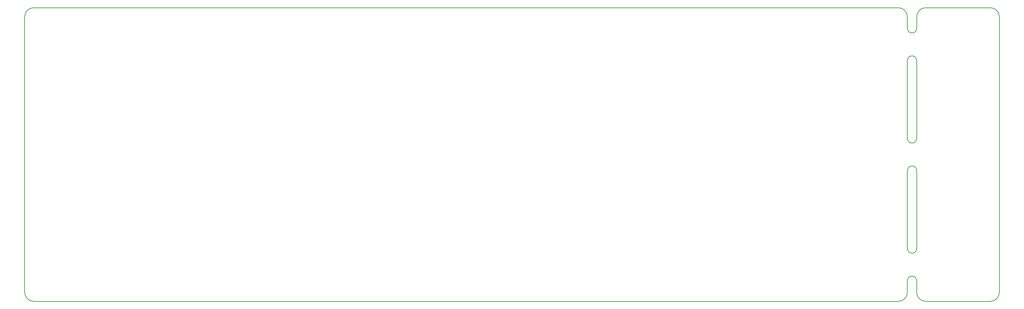
<source format=gbr>
G04 #@! TF.GenerationSoftware,KiCad,Pcbnew,(5.1.10-1-10_14)*
G04 #@! TF.CreationDate,2021-08-14T15:39:06-05:00*
G04 #@! TF.ProjectId,ori_bottom_plate,6f72695f-626f-4747-946f-6d5f706c6174,rev?*
G04 #@! TF.SameCoordinates,Original*
G04 #@! TF.FileFunction,Profile,NP*
%FSLAX46Y46*%
G04 Gerber Fmt 4.6, Leading zero omitted, Abs format (unit mm)*
G04 Created by KiCad (PCBNEW (5.1.10-1-10_14)) date 2021-08-14 15:39:06*
%MOMM*%
%LPD*%
G01*
G04 APERTURE LIST*
G04 #@! TA.AperFunction,Profile*
%ADD10C,0.150000*%
G04 #@! TD*
G04 APERTURE END LIST*
D10*
X396505150Y-40468760D02*
X379836330Y-40468760D01*
X396505150Y-116669080D02*
X379836330Y-116669080D01*
X372692550Y-116669080D02*
X148854110Y-116669080D01*
X148854110Y-40468760D02*
X372692550Y-40468760D01*
X146472850Y-42850020D02*
X146472850Y-114287820D01*
X377455070Y-111311245D02*
X377455070Y-114287820D01*
X375073810Y-111311245D02*
X375073810Y-114287820D01*
X375073810Y-82736125D02*
X375073810Y-102976835D01*
X377455070Y-82736125D02*
X377455070Y-102976835D01*
X377455070Y-74401715D02*
X377455070Y-54161005D01*
X375073810Y-54161005D02*
X375073810Y-74401715D01*
X377455070Y-42850020D02*
X377455070Y-45826595D01*
X398886410Y-114287820D02*
X398886410Y-42850020D01*
X375073810Y-42850020D02*
X375073810Y-45826595D01*
X377455070Y-42850020D02*
G75*
G02*
X379836330Y-40468760I2381260J0D01*
G01*
X379836330Y-116669080D02*
G75*
G02*
X377455070Y-114287820I0J2381260D01*
G01*
X375073810Y-111311245D02*
G75*
G02*
X377455070Y-111311245I1190630J0D01*
G01*
X377455070Y-102976835D02*
G75*
G02*
X375073810Y-102976835I-1190630J0D01*
G01*
X375073810Y-82736125D02*
G75*
G02*
X377455070Y-82736125I1190630J0D01*
G01*
X377455070Y-74401715D02*
G75*
G02*
X375073810Y-74401715I-1190630J0D01*
G01*
X375073810Y-54161005D02*
G75*
G02*
X377455070Y-54161005I1190630J0D01*
G01*
X377455070Y-45826595D02*
G75*
G02*
X375073810Y-45826595I-1190630J0D01*
G01*
X396505150Y-40468760D02*
G75*
G02*
X398886410Y-42850020I0J-2381260D01*
G01*
X398886410Y-114287820D02*
G75*
G02*
X396505150Y-116669080I-2381260J0D01*
G01*
X372692550Y-40468760D02*
G75*
G02*
X375073810Y-42850020I0J-2381260D01*
G01*
X375073810Y-114287820D02*
G75*
G02*
X372692550Y-116669080I-2381260J0D01*
G01*
X148854110Y-116669080D02*
G75*
G02*
X146472850Y-114287820I0J2381260D01*
G01*
X146472850Y-42850020D02*
G75*
G02*
X148854110Y-40468760I2381260J0D01*
G01*
M02*

</source>
